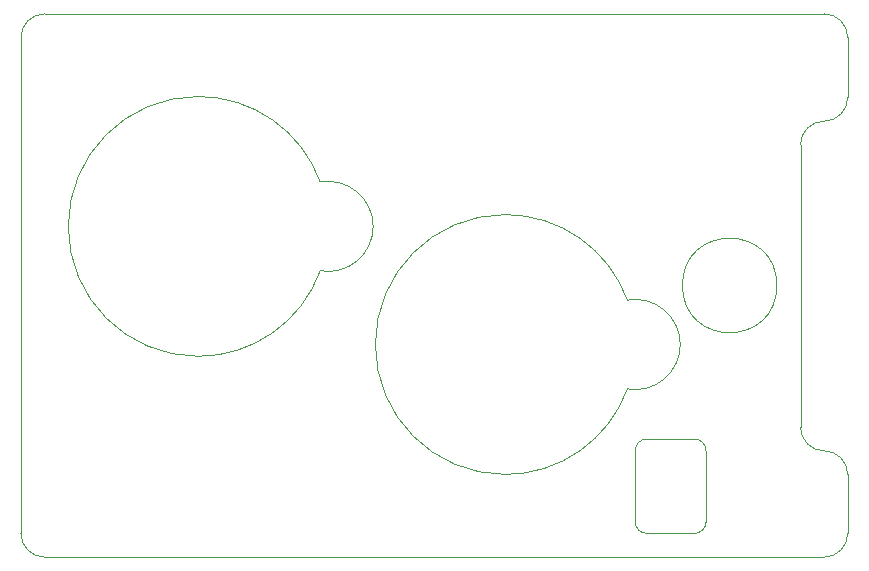
<source format=gm1>
G04 #@! TF.GenerationSoftware,KiCad,Pcbnew,8.0.2-1.fc40*
G04 #@! TF.CreationDate,2024-05-25T20:14:02-07:00*
G04 #@! TF.ProjectId,busicard-middle,62757369-6361-4726-942d-6d6964646c65,rev?*
G04 #@! TF.SameCoordinates,Original*
G04 #@! TF.FileFunction,Profile,NP*
%FSLAX46Y46*%
G04 Gerber Fmt 4.6, Leading zero omitted, Abs format (unit mm)*
G04 Created by KiCad (PCBNEW 8.0.2-1.fc40) date 2024-05-25 20:14:02*
%MOMM*%
%LPD*%
G01*
G04 APERTURE LIST*
G04 #@! TA.AperFunction,Profile*
%ADD10C,0.050000*%
G04 #@! TD*
G04 APERTURE END LIST*
D10*
X132000000Y-123000000D02*
G75*
G02*
X130000000Y-121000000I0J2000000D01*
G01*
X183000000Y-121000000D02*
X187000000Y-121000000D01*
X155337728Y-91240826D02*
G75*
G02*
X155337728Y-98759174I662272J-3759174D01*
G01*
X200000000Y-116000000D02*
X200000000Y-121000000D01*
X145000000Y-84000000D02*
G75*
G02*
X155337728Y-91240826I0J-11000000D01*
G01*
X188000000Y-120000000D02*
G75*
G02*
X187000000Y-121000000I-1000000J0D01*
G01*
X188000000Y-120000000D02*
X188000000Y-114000000D01*
X196000000Y-88085786D02*
G75*
G02*
X198000000Y-86085800I2000000J-14D01*
G01*
X182000000Y-114000000D02*
G75*
G02*
X183000000Y-113000000I1000000J0D01*
G01*
X198000000Y-77000000D02*
X132000000Y-77000000D01*
X181337728Y-108759174D02*
G75*
G02*
X171000000Y-116000000I-10337728J3759174D01*
G01*
X155337728Y-98759174D02*
G75*
G02*
X145000000Y-106000000I-10337728J3759174D01*
G01*
X183000000Y-113000000D02*
X187000000Y-113000000D01*
X198000000Y-114000000D02*
G75*
G02*
X200000000Y-116000000I0J-2000000D01*
G01*
X171000000Y-94000000D02*
G75*
G02*
X181337728Y-101240826I0J-11000000D01*
G01*
X200000000Y-121000000D02*
G75*
G02*
X198000000Y-123000000I-2000000J0D01*
G01*
X187000000Y-113000000D02*
G75*
G02*
X188000000Y-114000000I0J-1000000D01*
G01*
X198000000Y-114000000D02*
G75*
G02*
X196000000Y-112000000I0J2000000D01*
G01*
X200000000Y-84085786D02*
X200000000Y-79000000D01*
X130000000Y-121000000D02*
X130000000Y-79000000D01*
X196000000Y-88085786D02*
X196000000Y-112000000D01*
X181337728Y-101240826D02*
G75*
G02*
X181337728Y-108759174I662272J-3759174D01*
G01*
X200000000Y-84085786D02*
G75*
G02*
X198000000Y-86085800I-2000000J-14D01*
G01*
X182000000Y-120000000D02*
X182000000Y-114000000D01*
X198000000Y-123000000D02*
X132000000Y-123000000D01*
X198000000Y-77000000D02*
G75*
G02*
X200000000Y-79000000I0J-2000000D01*
G01*
X183000000Y-121000000D02*
G75*
G02*
X182000000Y-120000000I0J1000000D01*
G01*
X130000000Y-79000000D02*
G75*
G02*
X132000000Y-77000000I2000000J0D01*
G01*
X145000000Y-106000000D02*
G75*
G02*
X145000000Y-84000000I0J11000000D01*
G01*
X194000000Y-100000000D02*
G75*
G02*
X186000000Y-100000000I-4000000J0D01*
G01*
X186000000Y-100000000D02*
G75*
G02*
X194000000Y-100000000I4000000J0D01*
G01*
X171000000Y-116000000D02*
G75*
G02*
X171000000Y-94000000I0J11000000D01*
G01*
M02*

</source>
